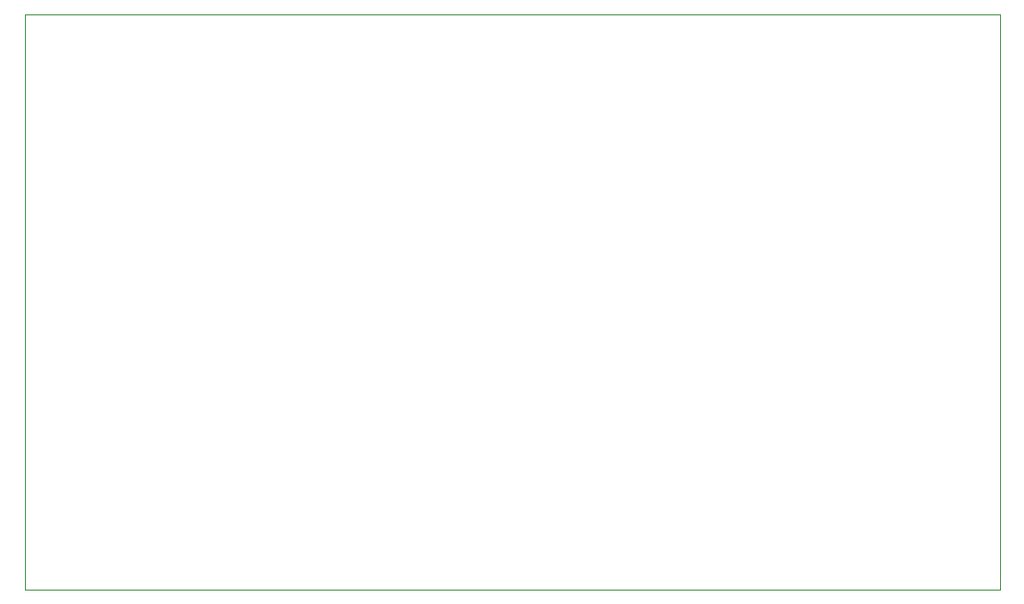
<source format=gbr>
%TF.GenerationSoftware,KiCad,Pcbnew,5.1.9+dfsg1-1*%
%TF.CreationDate,2021-07-09T17:21:31+02:00*%
%TF.ProjectId,JoeMBMS_V1.1,4a6f654d-424d-4535-9f56-312e312e6b69,rev?*%
%TF.SameCoordinates,Original*%
%TF.FileFunction,Profile,NP*%
%FSLAX46Y46*%
G04 Gerber Fmt 4.6, Leading zero omitted, Abs format (unit mm)*
G04 Created by KiCad (PCBNEW 5.1.9+dfsg1-1) date 2021-07-09 17:21:31*
%MOMM*%
%LPD*%
G01*
G04 APERTURE LIST*
%TA.AperFunction,Profile*%
%ADD10C,0.050000*%
%TD*%
G04 APERTURE END LIST*
D10*
X178816000Y-129159000D02*
X178816000Y-78359000D01*
X92710000Y-129159000D02*
X178816000Y-129159000D01*
X92710000Y-78359000D02*
X92710000Y-129159000D01*
X178816000Y-78359000D02*
X92710000Y-78359000D01*
M02*

</source>
